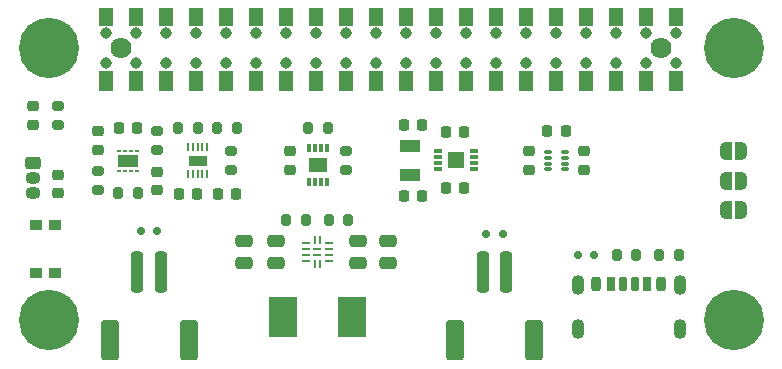
<source format=gbr>
%TF.GenerationSoftware,KiCad,Pcbnew,8.0.4*%
%TF.CreationDate,2024-08-29T10:26:42+02:00*%
%TF.ProjectId,soleil_powerpack,736f6c65-696c-45f7-906f-776572706163,rev?*%
%TF.SameCoordinates,Original*%
%TF.FileFunction,Soldermask,Top*%
%TF.FilePolarity,Negative*%
%FSLAX46Y46*%
G04 Gerber Fmt 4.6, Leading zero omitted, Abs format (unit mm)*
G04 Created by KiCad (PCBNEW 8.0.4) date 2024-08-29 10:26:42*
%MOMM*%
%LPD*%
G01*
G04 APERTURE LIST*
G04 Aperture macros list*
%AMRoundRect*
0 Rectangle with rounded corners*
0 $1 Rounding radius*
0 $2 $3 $4 $5 $6 $7 $8 $9 X,Y pos of 4 corners*
0 Add a 4 corners polygon primitive as box body*
4,1,4,$2,$3,$4,$5,$6,$7,$8,$9,$2,$3,0*
0 Add four circle primitives for the rounded corners*
1,1,$1+$1,$2,$3*
1,1,$1+$1,$4,$5*
1,1,$1+$1,$6,$7*
1,1,$1+$1,$8,$9*
0 Add four rect primitives between the rounded corners*
20,1,$1+$1,$2,$3,$4,$5,0*
20,1,$1+$1,$4,$5,$6,$7,0*
20,1,$1+$1,$6,$7,$8,$9,0*
20,1,$1+$1,$8,$9,$2,$3,0*%
%AMFreePoly0*
4,1,19,0.500000,-0.750000,0.000000,-0.750000,0.000000,-0.744911,-0.071157,-0.744911,-0.207708,-0.704816,-0.327430,-0.627875,-0.420627,-0.520320,-0.479746,-0.390866,-0.500000,-0.250000,-0.500000,0.250000,-0.479746,0.390866,-0.420627,0.520320,-0.327430,0.627875,-0.207708,0.704816,-0.071157,0.744911,0.000000,0.744911,0.000000,0.750000,0.500000,0.750000,0.500000,-0.750000,0.500000,-0.750000,
$1*%
%AMFreePoly1*
4,1,19,0.000000,0.744911,0.071157,0.744911,0.207708,0.704816,0.327430,0.627875,0.420627,0.520320,0.479746,0.390866,0.500000,0.250000,0.500000,-0.250000,0.479746,-0.390866,0.420627,-0.520320,0.327430,-0.627875,0.207708,-0.704816,0.071157,-0.744911,0.000000,-0.744911,0.000000,-0.750000,-0.500000,-0.750000,-0.500000,0.750000,0.000000,0.750000,0.000000,0.744911,0.000000,0.744911,
$1*%
G04 Aperture macros list end*
%ADD10C,5.100000*%
%ADD11RoundRect,0.150000X0.150000X0.200000X-0.150000X0.200000X-0.150000X-0.200000X0.150000X-0.200000X0*%
%ADD12FreePoly0,0.000000*%
%ADD13FreePoly1,0.000000*%
%ADD14RoundRect,0.249900X-0.400100X0.275100X-0.400100X-0.275100X0.400100X-0.275100X0.400100X0.275100X0*%
%ADD15O,1.300000X1.050000*%
%ADD16RoundRect,0.225000X-0.225000X-0.250000X0.225000X-0.250000X0.225000X0.250000X-0.225000X0.250000X0*%
%ADD17RoundRect,0.218750X0.256250X-0.218750X0.256250X0.218750X-0.256250X0.218750X-0.256250X-0.218750X0*%
%ADD18RoundRect,0.250000X0.475000X-0.250000X0.475000X0.250000X-0.475000X0.250000X-0.475000X-0.250000X0*%
%ADD19RoundRect,0.200000X0.200000X0.275000X-0.200000X0.275000X-0.200000X-0.275000X0.200000X-0.275000X0*%
%ADD20RoundRect,0.225000X-0.250000X0.225000X-0.250000X-0.225000X0.250000X-0.225000X0.250000X0.225000X0*%
%ADD21C,0.970000*%
%ADD22C,1.780000*%
%ADD23R,1.270000X1.680000*%
%ADD24R,1.270000X1.500000*%
%ADD25R,0.750000X0.300000*%
%ADD26R,1.360000X1.460000*%
%ADD27RoundRect,0.200000X0.275000X-0.200000X0.275000X0.200000X-0.275000X0.200000X-0.275000X-0.200000X0*%
%ADD28RoundRect,0.200000X-0.275000X0.200000X-0.275000X-0.200000X0.275000X-0.200000X0.275000X0.200000X0*%
%ADD29R,2.413000X3.429000*%
%ADD30RoundRect,0.150000X-0.150000X-0.200000X0.150000X-0.200000X0.150000X0.200000X-0.150000X0.200000X0*%
%ADD31RoundRect,0.050000X-0.285000X-0.100000X0.285000X-0.100000X0.285000X0.100000X-0.285000X0.100000X0*%
%ADD32RoundRect,0.200000X-0.200000X-0.275000X0.200000X-0.275000X0.200000X0.275000X-0.200000X0.275000X0*%
%ADD33R,0.300000X0.750000*%
%ADD34R,1.500000X1.300000*%
%ADD35RoundRect,0.225000X0.225000X0.250000X-0.225000X0.250000X-0.225000X-0.250000X0.225000X-0.250000X0*%
%ADD36RoundRect,0.175000X-0.175000X-0.425000X0.175000X-0.425000X0.175000X0.425000X-0.175000X0.425000X0*%
%ADD37RoundRect,0.190000X0.190000X0.410000X-0.190000X0.410000X-0.190000X-0.410000X0.190000X-0.410000X0*%
%ADD38RoundRect,0.200000X0.200000X0.400000X-0.200000X0.400000X-0.200000X-0.400000X0.200000X-0.400000X0*%
%ADD39RoundRect,0.175000X0.175000X0.425000X-0.175000X0.425000X-0.175000X-0.425000X0.175000X-0.425000X0*%
%ADD40RoundRect,0.190000X-0.190000X-0.410000X0.190000X-0.410000X0.190000X0.410000X-0.190000X0.410000X0*%
%ADD41RoundRect,0.200000X-0.200000X-0.400000X0.200000X-0.400000X0.200000X0.400000X-0.200000X0.400000X0*%
%ADD42O,1.100000X1.700000*%
%ADD43R,0.304800X0.254000*%
%ADD44R,1.800000X1.040000*%
%ADD45R,0.711200X0.254000*%
%ADD46R,0.254000X0.711200*%
%ADD47R,0.700000X0.250000*%
%ADD48RoundRect,0.225000X0.250000X-0.225000X0.250000X0.225000X-0.250000X0.225000X-0.250000X-0.225000X0*%
%ADD49FreePoly0,180.000000*%
%ADD50FreePoly1,180.000000*%
%ADD51R,1.000000X0.900000*%
%ADD52RoundRect,0.250000X-0.250000X-1.500000X0.250000X-1.500000X0.250000X1.500000X-0.250000X1.500000X0*%
%ADD53RoundRect,0.250001X-0.499999X-1.449999X0.499999X-1.449999X0.499999X1.449999X-0.499999X1.449999X0*%
%ADD54R,1.800000X1.000000*%
%ADD55R,0.203200X0.660400*%
%ADD56R,1.500000X0.900000*%
G04 APERTURE END LIST*
D10*
%TO.C,H2*%
X121000000Y-53500000D03*
%TD*%
D11*
%TO.C,D3*%
X158050000Y-69250000D03*
X159450000Y-69250000D03*
%TD*%
D12*
%TO.C,JP1*%
X178350000Y-62200000D03*
D13*
X179650000Y-62200000D03*
%TD*%
D14*
%TO.C,U5*%
X119700000Y-63230000D03*
D15*
X119700000Y-64500000D03*
X119700000Y-65770000D03*
%TD*%
D16*
%TO.C,C17*%
X135325000Y-65800000D03*
X136875000Y-65800000D03*
%TD*%
D17*
%TO.C,D2*%
X119700000Y-59987500D03*
X119700000Y-58412500D03*
%TD*%
D18*
%TO.C,C14*%
X137550000Y-71700000D03*
X137550000Y-69800000D03*
%TD*%
D19*
%TO.C,R13*%
X133625000Y-60200000D03*
X131975000Y-60200000D03*
%TD*%
D20*
%TO.C,C7*%
X166300000Y-62225000D03*
X166300000Y-63775000D03*
%TD*%
D21*
%TO.C,J2*%
X125870000Y-52230000D03*
X125870000Y-54770000D03*
D22*
X127140000Y-53500000D03*
D21*
X128410000Y-52230000D03*
X128410000Y-54770000D03*
X130950000Y-52230000D03*
X130950000Y-54770000D03*
X133490000Y-52230000D03*
X133490000Y-54770000D03*
X136030000Y-52230000D03*
X136030000Y-54770000D03*
X138570000Y-52230000D03*
X138570000Y-54770000D03*
X141110000Y-52230000D03*
X141110000Y-54770000D03*
X143650000Y-52230000D03*
X143650000Y-54770000D03*
X146190000Y-52230000D03*
X146190000Y-54770000D03*
X148730000Y-52230000D03*
X148730000Y-54770000D03*
X151270000Y-52230000D03*
X151270000Y-54770000D03*
X153810000Y-52230000D03*
X153810000Y-54770000D03*
X156350000Y-52230000D03*
X156350000Y-54770000D03*
X158890000Y-52230000D03*
X158890000Y-54770000D03*
X161430000Y-52230000D03*
X161430000Y-54770000D03*
X163970000Y-52230000D03*
X163970000Y-54770000D03*
X166510000Y-52230000D03*
X166510000Y-54770000D03*
X169050000Y-52230000D03*
X169050000Y-54770000D03*
X171590000Y-52230000D03*
X171590000Y-54770000D03*
D22*
X172860000Y-53500000D03*
D21*
X174130000Y-52230000D03*
X174130000Y-54770000D03*
D23*
X125870000Y-56220000D03*
D24*
X125870000Y-50860000D03*
D23*
X128410000Y-56220000D03*
D24*
X128410000Y-50860000D03*
D23*
X130950000Y-56220000D03*
D24*
X130950000Y-50860000D03*
D23*
X133490000Y-56220000D03*
D24*
X133490000Y-50860000D03*
D23*
X136030000Y-56220000D03*
D24*
X136030000Y-50860000D03*
D23*
X138570000Y-56220000D03*
D24*
X138570000Y-50860000D03*
D23*
X141110000Y-56220000D03*
D24*
X141110000Y-50860000D03*
D23*
X143650000Y-56220000D03*
D24*
X143650000Y-50860000D03*
D23*
X146190000Y-56220000D03*
D24*
X146190000Y-50860000D03*
D23*
X148730000Y-56220000D03*
D24*
X148730000Y-50860000D03*
D23*
X151270000Y-56220000D03*
D24*
X151270000Y-50860000D03*
D23*
X153810000Y-56220000D03*
D24*
X153810000Y-50860000D03*
D23*
X156350000Y-56220000D03*
D24*
X156350000Y-50860000D03*
D23*
X158890000Y-56220000D03*
D24*
X158890000Y-50860000D03*
D23*
X161430000Y-56220000D03*
D24*
X161430000Y-50860000D03*
D23*
X163970000Y-56220000D03*
D24*
X163970000Y-50860000D03*
D23*
X166510000Y-56220000D03*
D24*
X166510000Y-50860000D03*
D23*
X169050000Y-56220000D03*
D24*
X169050000Y-50860000D03*
D23*
X171590000Y-56220000D03*
D24*
X171590000Y-50860000D03*
D23*
X174130000Y-56220000D03*
D24*
X174130000Y-50860000D03*
%TD*%
D25*
%TO.C,U1*%
X153975000Y-62225000D03*
X153975000Y-62725000D03*
X153975000Y-63225000D03*
X153975000Y-63725000D03*
X156975000Y-63725000D03*
X156975000Y-63225000D03*
X156975000Y-62725000D03*
X156975000Y-62225000D03*
D26*
X155475000Y-62975000D03*
%TD*%
D27*
%TO.C,R1*%
X146200000Y-63825000D03*
X146200000Y-62175000D03*
%TD*%
D18*
%TO.C,C13*%
X149750000Y-71700000D03*
X149750000Y-69800000D03*
%TD*%
D28*
%TO.C,R8*%
X130200000Y-60475000D03*
X130200000Y-62125000D03*
%TD*%
D29*
%TO.C,L1*%
X146671000Y-76250000D03*
X140829000Y-76250000D03*
%TD*%
D30*
%TO.C,D1*%
X167200000Y-71000000D03*
X165800000Y-71000000D03*
%TD*%
D28*
%TO.C,R5*%
X125200000Y-63875000D03*
X125200000Y-65525000D03*
%TD*%
D31*
%TO.C,U3*%
X163260000Y-62250000D03*
X163260000Y-62750000D03*
X163260000Y-63250000D03*
X163260000Y-63750000D03*
X164740000Y-63750000D03*
X164740000Y-63250000D03*
X164740000Y-62750000D03*
X164740000Y-62250000D03*
%TD*%
D18*
%TO.C,C12*%
X147150000Y-71700000D03*
X147150000Y-69800000D03*
%TD*%
D16*
%TO.C,C2*%
X154625000Y-65300000D03*
X156175000Y-65300000D03*
%TD*%
D11*
%TO.C,D4*%
X128800000Y-69000000D03*
X130200000Y-69000000D03*
%TD*%
D10*
%TO.C,H4*%
X179000000Y-76500000D03*
%TD*%
D32*
%TO.C,R12*%
X135275000Y-60200000D03*
X136925000Y-60200000D03*
%TD*%
D33*
%TO.C,U4*%
X143050000Y-64850000D03*
X143550000Y-64850000D03*
X144050000Y-64850000D03*
X144550000Y-64850000D03*
X144550000Y-61950000D03*
X144050000Y-61950000D03*
X143550000Y-61950000D03*
X143050000Y-61950000D03*
D34*
X143800000Y-63400000D03*
%TD*%
D35*
%TO.C,C16*%
X133575000Y-65800000D03*
X132025000Y-65800000D03*
%TD*%
D16*
%TO.C,C6*%
X126925000Y-60250000D03*
X128475000Y-60250000D03*
%TD*%
D32*
%TO.C,R4*%
X172675000Y-71000000D03*
X174325000Y-71000000D03*
%TD*%
D27*
%TO.C,R7*%
X121800000Y-60025000D03*
X121800000Y-58375000D03*
%TD*%
D20*
%TO.C,C11*%
X121800000Y-64225000D03*
X121800000Y-65775000D03*
%TD*%
D16*
%TO.C,C9*%
X163225000Y-60500000D03*
X164775000Y-60500000D03*
%TD*%
D36*
%TO.C,J1*%
X169600000Y-73420000D03*
D37*
X171620000Y-73420000D03*
D38*
X172850000Y-73420000D03*
D39*
X170600000Y-73420000D03*
D40*
X168580000Y-73420000D03*
D41*
X167350000Y-73420000D03*
D42*
X165780000Y-73500000D03*
X165780000Y-77300000D03*
X174420000Y-73500000D03*
X174420000Y-77300000D03*
%TD*%
D20*
%TO.C,C10*%
X141400000Y-62225000D03*
X141400000Y-63775000D03*
%TD*%
D43*
%TO.C,U2*%
X126949999Y-63850900D03*
X127450000Y-63850900D03*
X127950000Y-63850900D03*
X128450001Y-63850900D03*
X128450001Y-62149100D03*
X127950000Y-62149100D03*
X127450000Y-62149100D03*
X126949999Y-62149100D03*
D44*
X127700000Y-63000000D03*
%TD*%
D32*
%TO.C,R2*%
X142975000Y-60200000D03*
X144625000Y-60200000D03*
%TD*%
D45*
%TO.C,U6*%
X142746700Y-69999999D03*
X142746700Y-70500000D03*
X142746700Y-71000000D03*
X142746700Y-71500001D03*
D46*
X143500000Y-71753300D03*
X144000000Y-71753300D03*
D45*
X144753300Y-71500001D03*
X144753300Y-71000000D03*
X144753300Y-70500000D03*
X144753300Y-69999999D03*
D46*
X144000000Y-69746700D03*
X143500000Y-69746700D03*
D47*
X143750000Y-70500000D03*
X143750000Y-71000000D03*
%TD*%
D12*
%TO.C,JP3*%
X178350000Y-67200000D03*
D13*
X179650000Y-67200000D03*
%TD*%
D10*
%TO.C,H3*%
X179000000Y-53500000D03*
%TD*%
D20*
%TO.C,C18*%
X130200000Y-63925000D03*
X130200000Y-65475000D03*
%TD*%
D18*
%TO.C,C15*%
X140250000Y-71700000D03*
X140250000Y-69800000D03*
%TD*%
D48*
%TO.C,C5*%
X125200000Y-62075000D03*
X125200000Y-60525000D03*
%TD*%
D32*
%TO.C,R9*%
X141125000Y-68000000D03*
X142775000Y-68000000D03*
%TD*%
D49*
%TO.C,JP2*%
X179650000Y-64700000D03*
D50*
X178350000Y-64700000D03*
%TD*%
D10*
%TO.C,H1*%
X121000000Y-76500000D03*
%TD*%
D51*
%TO.C,SW1*%
X121500000Y-68450000D03*
X121500000Y-72550000D03*
X119900000Y-68450000D03*
X119900000Y-72550000D03*
%TD*%
D52*
%TO.C,J4*%
X128500000Y-72450000D03*
X130500000Y-72450000D03*
D53*
X126150000Y-78200000D03*
X132850000Y-78200000D03*
%TD*%
D54*
%TO.C,Y1*%
X151600000Y-64250000D03*
X151600000Y-61750000D03*
%TD*%
D16*
%TO.C,C4*%
X151075000Y-66000000D03*
X152625000Y-66000000D03*
%TD*%
D20*
%TO.C,C8*%
X161700000Y-62225000D03*
X161700000Y-63775000D03*
%TD*%
D52*
%TO.C,J3*%
X157750000Y-72450000D03*
X159750000Y-72450000D03*
D53*
X155400000Y-78200000D03*
X162100000Y-78200000D03*
%TD*%
D19*
%TO.C,R3*%
X170732500Y-71000000D03*
X169082500Y-71000000D03*
%TD*%
D32*
%TO.C,R10*%
X144725000Y-68000000D03*
X146375000Y-68000000D03*
%TD*%
D35*
%TO.C,C3*%
X156175000Y-60600000D03*
X154625000Y-60600000D03*
%TD*%
D16*
%TO.C,C1*%
X151075000Y-60000000D03*
X152625000Y-60000000D03*
%TD*%
D19*
%TO.C,R6*%
X128525000Y-65750000D03*
X126875000Y-65750000D03*
%TD*%
D28*
%TO.C,R11*%
X136400000Y-62175000D03*
X136400000Y-63825000D03*
%TD*%
D55*
%TO.C,U7*%
X132799900Y-64130300D03*
X133199950Y-64130300D03*
X133600000Y-64130300D03*
X134000050Y-64130300D03*
X134400100Y-64130300D03*
X134400100Y-61869700D03*
X134000050Y-61869700D03*
X133600000Y-61869700D03*
X133199950Y-61869700D03*
X132799900Y-61869700D03*
D56*
X133600000Y-63000000D03*
%TD*%
M02*

</source>
